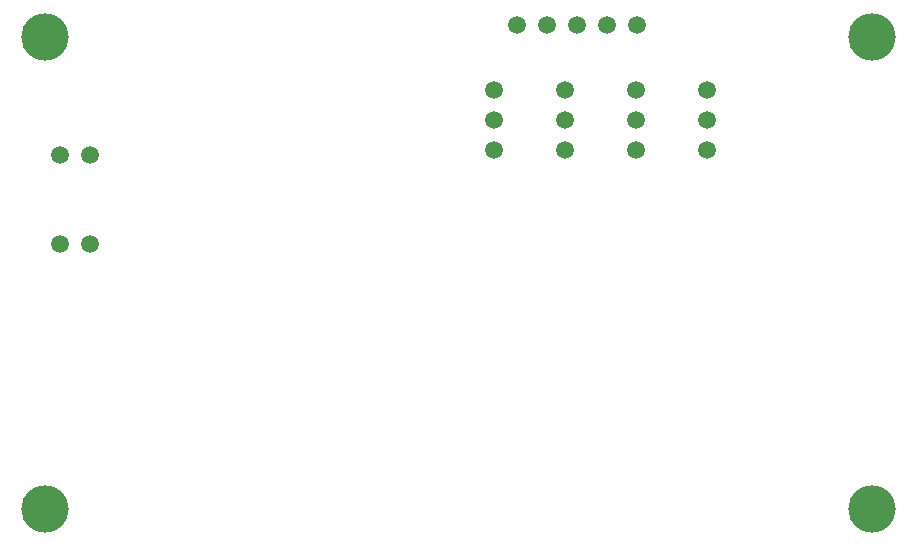
<source format=gbs>
G04*
G04 #@! TF.GenerationSoftware,Altium Limited,Altium Designer,25.6.2 (33)*
G04*
G04 Layer_Color=7044829*
%FSLAX44Y44*%
%MOMM*%
G71*
G04*
G04 #@! TF.SameCoordinates,5A2B70AC-5458-4EE4-9834-206D764CF899*
G04*
G04*
G04 #@! TF.FilePolarity,Negative*
G04*
G01*
G75*
%ADD19C,1.5000*%
%ADD20C,4.0032*%
D19*
X62300Y275000D02*
D03*
X87700D02*
D03*
Y350000D02*
D03*
X62300D02*
D03*
X610000Y380000D02*
D03*
X430000Y354600D02*
D03*
Y405400D02*
D03*
Y380000D02*
D03*
X490000Y354600D02*
D03*
Y405400D02*
D03*
Y380000D02*
D03*
X550000Y354600D02*
D03*
Y405400D02*
D03*
Y380000D02*
D03*
X610000Y354600D02*
D03*
Y405400D02*
D03*
X449200Y460000D02*
D03*
X474600D02*
D03*
X500000D02*
D03*
X525400D02*
D03*
X550800D02*
D03*
D20*
X50000Y450000D02*
D03*
X750000D02*
D03*
X50000Y50000D02*
D03*
X750000D02*
D03*
M02*

</source>
